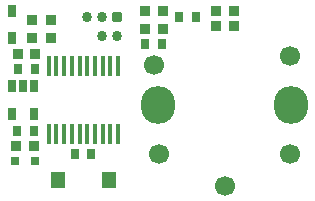
<source format=gts>
%TF.GenerationSoftware,KiCad,Pcbnew,9.0.0*%
%TF.CreationDate,2025-03-28T14:33:02+00:00*%
%TF.ProjectId,vm_rotary_button_0.2,766d5f72-6f74-4617-9279-5f627574746f,v0.2*%
%TF.SameCoordinates,PX5742de0PY47868c0*%
%TF.FileFunction,Soldermask,Top*%
%TF.FilePolarity,Negative*%
%FSLAX45Y45*%
G04 Gerber Fmt 4.5, Leading zero omitted, Abs format (unit mm)*
G04 Created by KiCad (PCBNEW 9.0.0) date 2025-03-28 14:33:02*
%MOMM*%
%LPD*%
G01*
G04 APERTURE LIST*
G04 Aperture macros list*
%AMRoundRect*
0 Rectangle with rounded corners*
0 $1 Rounding radius*
0 $2 $3 $4 $5 $6 $7 $8 $9 X,Y pos of 4 corners*
0 Add a 4 corners polygon primitive as box body*
4,1,4,$2,$3,$4,$5,$6,$7,$8,$9,$2,$3,0*
0 Add four circle primitives for the rounded corners*
1,1,$1+$1,$2,$3*
1,1,$1+$1,$4,$5*
1,1,$1+$1,$6,$7*
1,1,$1+$1,$8,$9*
0 Add four rect primitives between the rounded corners*
20,1,$1+$1,$2,$3,$4,$5,0*
20,1,$1+$1,$4,$5,$6,$7,0*
20,1,$1+$1,$6,$7,$8,$9,0*
20,1,$1+$1,$8,$9,$2,$3,0*%
G04 Aperture macros list end*
%ADD10RoundRect,0.172720X-0.259080X-0.259080X0.259080X-0.259080X0.259080X0.259080X-0.259080X0.259080X0*%
%ADD11C,0.863600*%
%ADD12R,0.860000X0.810000*%
%ADD13R,0.700000X1.000000*%
%ADD14R,0.800000X0.800000*%
%ADD15R,0.810000X0.860000*%
%ADD16R,0.800000X0.900000*%
%ADD17O,0.360000X1.740000*%
%ADD18O,2.900000X3.200000*%
%ADD19C,1.700000*%
%ADD20R,1.230000X1.360000*%
%ADD21R,0.750000X1.000000*%
G04 APERTURE END LIST*
D10*
%TO.C,J1*%
X-362500Y700000D03*
D11*
X-362500Y542520D03*
X-489500Y700000D03*
X-489500Y542520D03*
X-616500Y700000D03*
%TD*%
D12*
%TO.C,R7*%
X-920000Y525000D03*
X-920000Y675000D03*
%TD*%
D13*
%TO.C,U2*%
X-1065000Y120000D03*
X-1160000Y120000D03*
X-1255000Y120000D03*
X-1255000Y-120000D03*
X-1065000Y-120000D03*
%TD*%
D14*
%TO.C,D1*%
X-1055000Y-520000D03*
X-1225000Y-520000D03*
%TD*%
D12*
%TO.C,R6*%
X-1080000Y525000D03*
X-1080000Y675000D03*
%TD*%
D15*
%TO.C,R13*%
X-122900Y600000D03*
X27100Y600000D03*
%TD*%
D16*
%TO.C,C3*%
X-1070000Y-260000D03*
X-1210000Y-260000D03*
%TD*%
D17*
%TO.C,U1*%
X-941000Y-287000D03*
X-876000Y-287000D03*
X-811000Y-287000D03*
X-746000Y-287000D03*
X-680000Y-287000D03*
X-615000Y-287000D03*
X-550000Y-287000D03*
X-485000Y-287000D03*
X-420000Y-287000D03*
X-355000Y-287000D03*
X-355000Y287000D03*
X-420000Y287000D03*
X-485000Y287000D03*
X-550000Y287000D03*
X-615000Y287000D03*
X-680000Y287000D03*
X-746000Y287000D03*
X-811000Y287000D03*
X-876000Y287000D03*
X-941000Y287000D03*
%TD*%
D18*
%TO.C,SW2*%
X1110100Y-45000D03*
X-14900Y-45000D03*
D19*
X1102100Y-460000D03*
X-7900Y-460000D03*
X1102100Y370000D03*
X-47900Y300000D03*
X547100Y-730000D03*
%TD*%
D15*
%TO.C,R12*%
X-122900Y750000D03*
X27100Y750000D03*
%TD*%
D16*
%TO.C,C5*%
X17000Y475000D03*
X-123000Y475000D03*
%TD*%
D20*
%TO.C,SW1*%
X-430000Y-680000D03*
X-866000Y-680000D03*
%TD*%
D15*
%TO.C,R10*%
X627100Y625000D03*
X477100Y625000D03*
%TD*%
%TO.C,R11*%
X627100Y750000D03*
X477100Y750000D03*
%TD*%
%TO.C,R5*%
X-1055000Y390000D03*
X-1205000Y390000D03*
%TD*%
D16*
%TO.C,C1*%
X-720000Y-460000D03*
X-580000Y-460000D03*
%TD*%
%TO.C,C2*%
X-1060000Y260000D03*
X-1200000Y260000D03*
%TD*%
D15*
%TO.C,R1*%
X-1065000Y-390000D03*
X-1215000Y-390000D03*
%TD*%
D16*
%TO.C,C4*%
X162000Y700000D03*
X302000Y700000D03*
%TD*%
D21*
%TO.C,D2*%
X-1250000Y757000D03*
X-1250000Y523000D03*
%TD*%
M02*

</source>
